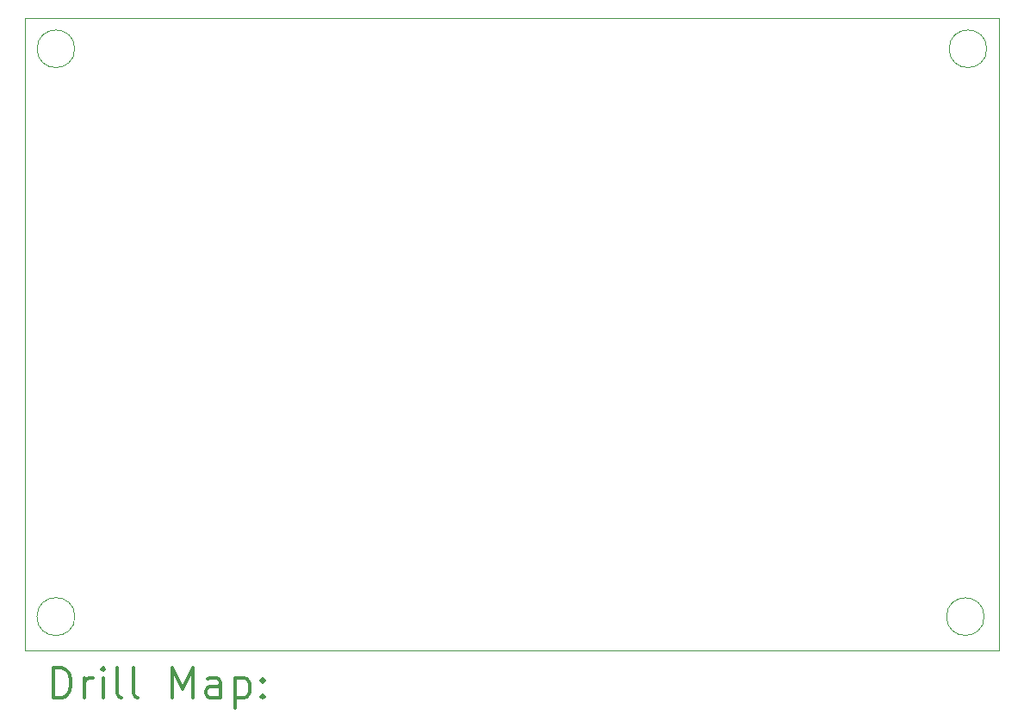
<source format=gbr>
%FSLAX45Y45*%
G04 Gerber Fmt 4.5, Leading zero omitted, Abs format (unit mm)*
G04 Created by KiCad (PCBNEW (5.1.5)-3) date 2022-07-10 23:47:24*
%MOMM*%
%LPD*%
G04 APERTURE LIST*
%TA.AperFunction,Profile*%
%ADD10C,0.050000*%
%TD*%
%TA.AperFunction,Profile*%
%ADD11C,0.100000*%
%TD*%
%ADD12C,0.200000*%
%ADD13C,0.300000*%
G04 APERTURE END LIST*
D10*
X10676851Y-10591800D02*
G75*
G03X10676851Y-10591800I-186651J0D01*
G01*
X10675115Y-5003800D02*
G75*
G03X10675115Y-5003800I-184915J0D01*
G01*
X19641315Y-5003800D02*
G75*
G03X19641315Y-5003800I-184915J0D01*
G01*
X19615915Y-10591800D02*
G75*
G03X19615915Y-10591800I-184915J0D01*
G01*
D11*
X19761200Y-4699000D02*
X19761200Y-10922000D01*
X10185400Y-4699000D02*
X19761200Y-4699000D01*
X10185400Y-10922000D02*
X10185400Y-4699000D01*
X19761200Y-10922000D02*
X10185400Y-10922000D01*
D12*
D13*
X10466828Y-11392714D02*
X10466828Y-11092714D01*
X10538257Y-11092714D01*
X10581114Y-11107000D01*
X10609686Y-11135572D01*
X10623971Y-11164143D01*
X10638257Y-11221286D01*
X10638257Y-11264143D01*
X10623971Y-11321286D01*
X10609686Y-11349857D01*
X10581114Y-11378429D01*
X10538257Y-11392714D01*
X10466828Y-11392714D01*
X10766828Y-11392714D02*
X10766828Y-11192714D01*
X10766828Y-11249857D02*
X10781114Y-11221286D01*
X10795400Y-11207000D01*
X10823971Y-11192714D01*
X10852543Y-11192714D01*
X10952543Y-11392714D02*
X10952543Y-11192714D01*
X10952543Y-11092714D02*
X10938257Y-11107000D01*
X10952543Y-11121286D01*
X10966828Y-11107000D01*
X10952543Y-11092714D01*
X10952543Y-11121286D01*
X11138257Y-11392714D02*
X11109686Y-11378429D01*
X11095400Y-11349857D01*
X11095400Y-11092714D01*
X11295400Y-11392714D02*
X11266828Y-11378429D01*
X11252543Y-11349857D01*
X11252543Y-11092714D01*
X11638257Y-11392714D02*
X11638257Y-11092714D01*
X11738257Y-11307000D01*
X11838257Y-11092714D01*
X11838257Y-11392714D01*
X12109686Y-11392714D02*
X12109686Y-11235571D01*
X12095400Y-11207000D01*
X12066828Y-11192714D01*
X12009686Y-11192714D01*
X11981114Y-11207000D01*
X12109686Y-11378429D02*
X12081114Y-11392714D01*
X12009686Y-11392714D01*
X11981114Y-11378429D01*
X11966828Y-11349857D01*
X11966828Y-11321286D01*
X11981114Y-11292714D01*
X12009686Y-11278429D01*
X12081114Y-11278429D01*
X12109686Y-11264143D01*
X12252543Y-11192714D02*
X12252543Y-11492714D01*
X12252543Y-11207000D02*
X12281114Y-11192714D01*
X12338257Y-11192714D01*
X12366828Y-11207000D01*
X12381114Y-11221286D01*
X12395400Y-11249857D01*
X12395400Y-11335571D01*
X12381114Y-11364143D01*
X12366828Y-11378429D01*
X12338257Y-11392714D01*
X12281114Y-11392714D01*
X12252543Y-11378429D01*
X12523971Y-11364143D02*
X12538257Y-11378429D01*
X12523971Y-11392714D01*
X12509686Y-11378429D01*
X12523971Y-11364143D01*
X12523971Y-11392714D01*
X12523971Y-11207000D02*
X12538257Y-11221286D01*
X12523971Y-11235571D01*
X12509686Y-11221286D01*
X12523971Y-11207000D01*
X12523971Y-11235571D01*
M02*

</source>
